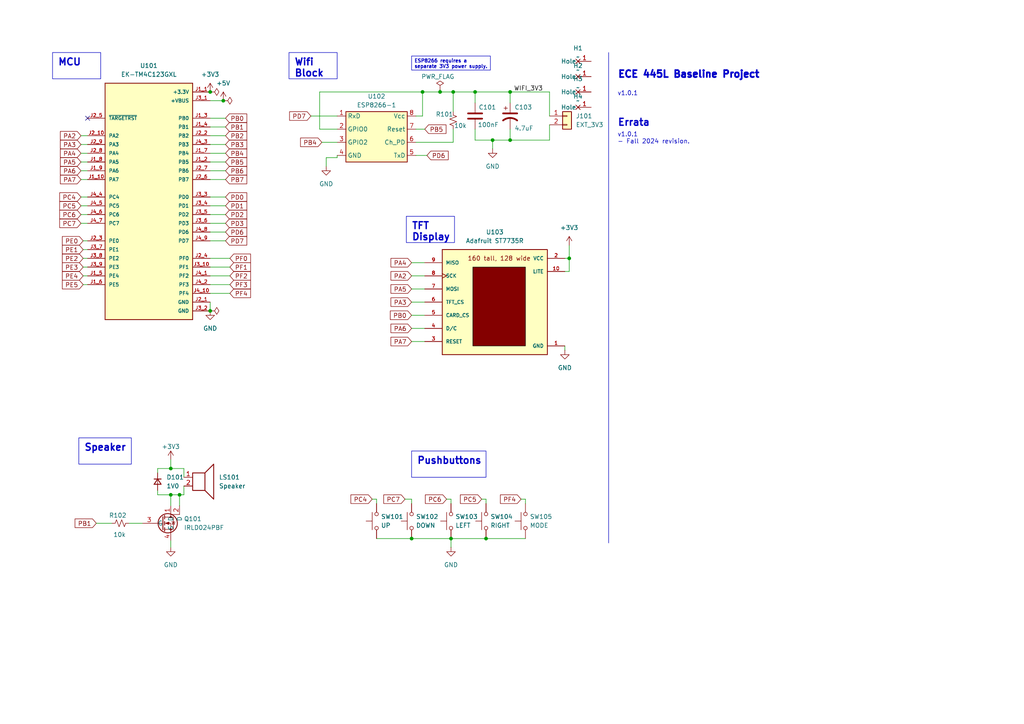
<source format=kicad_sch>
(kicad_sch (version 20231120) (generator "eeschema") (generator_version "8.0")
  (paper "A4")
  (title_block (title "ECE 445L Baseline Project") (date "2024-08-07") (rev "v1.0.1") (company "The University of Texas at Austin"))
  (lib_symbols
    (symbol "Connector_Generic:Conn_01x02" (pin_names (offset 1.016) hide)
      (property "Reference" "J" (at 0 2.54 0))
      (property "Value" "Conn_01x02" (at 0 -5.08 0))
      (symbol "Conn_01x02_1_1"
        (rectangle (start -1.27 -2.413) (end 0 -2.667) (stroke (width 0.1524)))
        (rectangle (start -1.27 0.127) (end 0 -0.127) (stroke (width 0.1524)))
        (rectangle (start -1.27 1.27) (end 1.27 -3.81) (stroke (width 0.254)) (fill (type background)))
        (pin passive line (at -5.08 0 0) (length 3.81) (name "Pin_1") (number "1"))
        (pin passive line (at -5.08 -2.54 0) (length 3.81) (name "Pin_2") (number "2"))
      )
    )
    (symbol "Device:D_Small" (pin_numbers hide) (pin_names (offset 0.254) hide)
      (property "Reference" "D" (at -1.27 2.032 0))
      (property "Value" "D_Small" (at -3.81 -2.032 0))
      (symbol "D_Small_0_1"
        (polyline (pts (xy -0.762 -1.016) (xy -0.762 1.016)) (stroke (width 0.254)))
        (polyline (pts (xy -0.762 0) (xy 0.762 0)))
        (polyline (pts (xy 0.762 -1.016) (xy -0.762 0) (xy 0.762 1.016) (xy 0.762 -1.016)) (stroke (width 0.254)))
      )
      (symbol "D_Small_1_1"
        (pin passive line (at -2.54 0 0) (length 1.778) (name "K") (number "1"))
        (pin passive line (at 2.54 0 180) (length 1.778) (name "A") (number "2"))
      )
    )
    (symbol "Device:Speaker" (pin_names (offset 0) hide)
      (property "Reference" "LS" (at 1.27 5.715 0))
      (property "Value" "Speaker" (at 1.27 3.81 0))
      (symbol "Speaker_0_0"
        (rectangle (start -2.54 1.27) (end 1.016 -3.81) (stroke (width 0.254)))
        (polyline (pts (xy 1.016 1.27) (xy 3.556 3.81) (xy 3.556 -6.35) (xy 1.016 -3.81)) (stroke (width 0.254)))
      )
      (symbol "Speaker_1_1"
        (pin input line (at -5.08 0 0) (length 2.54) (name "1") (number "1"))
        (pin input line (at -5.08 -2.54 0) (length 2.54) (name "2") (number "2"))
      )
    )
    (symbol "ECE445L:Adafruit_ST7735R" (pin_names (offset 1.016))
      (property "Reference" "U?" (at -15.24 16.002 0))
      (property "Value" "Adafruit ST7735R" (at -15.24 -17.78 0))
      (symbol "Adafruit_ST7735R_0_0"
        (rectangle (start -15.24 15.24) (end 15.24 -15.24) (stroke (width 0.254)) (fill (type background)))
      )
      (symbol "Adafruit_ST7735R_1_0"
        (pin power_in line (at 20.32 -12.7 180) (length 5.08) (name "GND") (number "1"))
        (pin power_in line (at 20.32 8.89 180) (length 5.08) (name "LITE") (number "10"))
        (pin power_in line (at 20.32 12.7 180) (length 5.08) (name "VCC") (number "2"))
        (pin input line (at -20.32 -11.43 0) (length 5.08) (name "RESET") (number "3"))
        (pin input line (at -20.32 -7.62 0) (length 5.08) (name "D/C") (number "4"))
        (pin input line (at -20.32 -3.81 0) (length 5.08) (name "CARD_CS") (number "5"))
        (pin input line (at -20.32 0 0) (length 5.08) (name "TFT_CS") (number "6"))
        (pin input line (at -20.32 3.81 0) (length 5.08) (name "MOSI") (number "7"))
        (pin input clock (at -20.32 7.62 0) (length 5.08) (name "SCK") (number "8"))
        (pin output line (at -20.32 11.43 0) (length 5.08) (name "MISO") (number "9"))
      )
      (symbol "Adafruit_ST7735R_1_1"
        (rectangle (start -6.35 10.16) (end 8.89 -12.7) (stroke (width 0) (color 0 0 0 1)) (fill (type color) (color 132 0 0 1)))
        (text "160 tall, 128 wide" (at 1.27 12.7 0) (effects (font (size 1.27 1.27))))
      )
    )
    (symbol "ECE445L:C" (pin_numbers hide) (pin_names (offset 0.254))
      (property "Reference" "C" (at 0.635 2.54 0))
      (property "Value" "C" (at 0.635 -2.54 0))
      (symbol "C_0_1"
        (polyline (pts (xy -2.032 -0.762) (xy 2.032 -0.762)) (stroke (width 0.508)))
        (polyline (pts (xy -2.032 0.762) (xy 2.032 0.762)) (stroke (width 0.508)))
      )
      (symbol "C_1_1"
        (pin passive line (at 0 3.81 270) (length 2.794) (name "~") (number "1"))
        (pin passive line (at 0 -3.81 90) (length 2.794) (name "~") (number "2"))
      )
    )
    (symbol "ECE445L:C_Polarized" (pin_numbers hide) (pin_names (offset 0.254) hide)
      (property "Reference" "C" (at 0.635 2.54 0))
      (property "Value" "C_Polarized" (at 0.635 -2.54 0))
      (symbol "C_Polarized_0_1"
        (polyline (pts (xy -2.032 0.762) (xy 2.032 0.762)) (stroke (width 0.508)))
        (polyline (pts (xy -1.778 2.286) (xy -0.762 2.286)))
        (polyline (pts (xy -1.27 1.778) (xy -1.27 2.794)))
        (arc (start 2.032 -1.27) (mid 0 -0.5572) (end -2.032 -1.27) (stroke (width 0.508)))
      )
      (symbol "C_Polarized_1_1"
        (pin passive line (at 0 3.81 270) (length 2.794) (name "~") (number "1"))
        (pin passive line (at 0 -3.81 90) (length 3.302) (name "~") (number "2"))
      )
    )
    (symbol "ECE445L:EK-TM4C123GXL" (pin_names (offset 1.016))
      (property "Reference" "U?" (at -12.7367 34.3099 0))
      (property "Value" "EK-TM4C123GXL" (at -12.7129 -38.1075 0))
      (symbol "EK-TM4C123GXL_0_0"
        (rectangle (start -12.7 -35.56) (end 12.7 33.02) (stroke (width 0.254)) (fill (type background)))
        (pin power_in line (at 17.78 30.48 180) (length 5.08) (name "+3.3V") (number "J1_1"))
        (pin bidirectional line (at -17.78 5.08 0) (length 5.08) (name "PA7") (number "J1_10"))
        (pin bidirectional line (at 17.78 22.86 180) (length 5.08) (name "PB0") (number "J1_3"))
        (pin bidirectional line (at 17.78 20.32 180) (length 5.08) (name "PB1") (number "J1_4"))
        (pin bidirectional line (at -17.78 -22.86 0) (length 5.08) (name "PE4") (number "J1_5"))
        (pin bidirectional line (at -17.78 -25.4 0) (length 5.08) (name "PE5") (number "J1_6"))
        (pin bidirectional line (at 17.78 12.7 180) (length 5.08) (name "PB4") (number "J1_7"))
        (pin bidirectional line (at -17.78 10.16 0) (length 5.08) (name "PA5") (number "J1_8"))
        (pin bidirectional line (at -17.78 7.62 0) (length 5.08) (name "PA6") (number "J1_9"))
        (pin power_in line (at 17.78 -30.48 180) (length 5.08) (name "GND") (number "J2_1"))
        (pin bidirectional line (at -17.78 17.78 0) (length 5.08) (name "PA2") (number "J2_10"))
        (pin bidirectional line (at 17.78 17.78 180) (length 5.08) (name "PB2") (number "J2_2"))
        (pin bidirectional line (at -17.78 -12.7 0) (length 5.08) (name "PE0") (number "J2_3"))
        (pin bidirectional line (at 17.78 -17.78 180) (length 5.08) (name "PF0") (number "J2_4"))
        (pin input line (at -17.78 22.86 0) (length 5.08) (name "~{TARGETRST}") (number "J2_5"))
        (pin bidirectional line (at 17.78 5.08 180) (length 5.08) (name "PB7") (number "J2_6"))
        (pin bidirectional line (at 17.78 7.62 180) (length 5.08) (name "PB6") (number "J2_7"))
        (pin bidirectional line (at -17.78 12.7 0) (length 5.08) (name "PA4") (number "J2_8"))
        (pin bidirectional line (at -17.78 15.24 0) (length 5.08) (name "PA3") (number "J2_9"))
        (pin power_in line (at 17.78 27.94 180) (length 5.08) (name "+VBUS") (number "J3_1"))
        (pin bidirectional line (at 17.78 -20.32 180) (length 5.08) (name "PF1") (number "J3_10"))
        (pin power_in line (at 17.78 -33.02 180) (length 5.08) (name "GND") (number "J3_2"))
        (pin bidirectional line (at 17.78 0 180) (length 5.08) (name "PD0") (number "J3_3"))
        (pin bidirectional line (at 17.78 -2.54 180) (length 5.08) (name "PD1") (number "J3_4"))
        (pin bidirectional line (at 17.78 -5.08 180) (length 5.08) (name "PD2") (number "J3_5"))
        (pin bidirectional line (at 17.78 -7.62 180) (length 5.08) (name "PD3") (number "J3_6"))
        (pin bidirectional line (at -17.78 -15.24 0) (length 5.08) (name "PE1") (number "J3_7"))
        (pin bidirectional line (at -17.78 -17.78 0) (length 5.08) (name "PE2") (number "J3_8"))
        (pin bidirectional line (at -17.78 -20.32 0) (length 5.08) (name "PE3") (number "J3_9"))
        (pin bidirectional line (at 17.78 -22.86 180) (length 5.08) (name "PF2") (number "J4_1"))
        (pin bidirectional line (at 17.78 -27.94 180) (length 5.08) (name "PF4") (number "J4_10"))
        (pin bidirectional line (at 17.78 -25.4 180) (length 5.08) (name "PF3") (number "J4_2"))
        (pin bidirectional line (at 17.78 15.24 180) (length 5.08) (name "PB3") (number "J4_3"))
        (pin bidirectional line (at -17.78 0 0) (length 5.08) (name "PC4") (number "J4_4"))
        (pin bidirectional line (at -17.78 -2.54 0) (length 5.08) (name "PC5") (number "J4_5"))
        (pin bidirectional line (at -17.78 -5.08 0) (length 5.08) (name "PC6") (number "J4_6"))
        (pin bidirectional line (at -17.78 -7.62 0) (length 5.08) (name "PC7") (number "J4_7"))
        (pin bidirectional line (at 17.78 -10.16 180) (length 5.08) (name "PD6") (number "J4_8"))
        (pin bidirectional line (at 17.78 -12.7 180) (length 5.08) (name "PD7") (number "J4_9"))
      )
      (symbol "EK-TM4C123GXL_1_0"
        (pin bidirectional line (at 17.78 10.16 180) (length 5.08) (name "PB5") (number "J1_2"))
      )
    )
    (symbol "ECE445L:ESP8266-1"
      (property "Reference" "U" (at 0 0 0))
      (property "Value" "ESP8266-1" (at 0 8.255 0))
      (symbol "ESP8266-1_1_1"
        (rectangle (start -8.255 6.985) (end 9.525 -7.62) (stroke (width 0.254)) (fill (type background)))
        (pin passive line (at -10.795 5.715 0) (length 2.54) (name "RxD") (number "1"))
        (pin passive line (at -10.795 1.905 0) (length 2.54) (name "GPIO0") (number "2"))
        (pin passive line (at -10.795 -1.905 0) (length 2.54) (name "GPIO2") (number "3"))
        (pin passive line (at -10.795 -5.715 0) (length 2.54) (name "GND") (number "4"))
        (pin passive line (at 12.065 -5.715 180) (length 2.54) (name "TxD") (number "5"))
        (pin passive line (at 12.065 -1.905 180) (length 2.54) (name "Ch_PD") (number "6"))
        (pin passive line (at 12.065 1.905 180) (length 2.54) (name "Reset") (number "7"))
        (pin passive line (at 12.065 5.715 180) (length 2.54) (name "Vcc") (number "8"))
      )
    )
    (symbol "ECE445L:IRLD024PBF"
      (property "Reference" "Q" (at 6.35 5.715 0))
      (property "Value" "IRLD024PBF" (at 16.51 -1.905 0))
      (symbol "IRLD024PBF_0_1"
        (polyline (pts (xy 11.43 0.635) (xy 8.636 0.635)))
        (polyline (pts (xy 11.684 2.54) (xy 11.684 -1.27)) (stroke (width 0.254)))
        (polyline (pts (xy 12.192 -0.635) (xy 12.192 -1.651)) (stroke (width 0.254)))
        (polyline (pts (xy 12.192 1.143) (xy 12.192 0.127)) (stroke (width 0.254)))
        (polyline (pts (xy 12.192 2.921) (xy 12.192 1.905)) (stroke (width 0.254)))
        (polyline (pts (xy 13.97 3.175) (xy 13.97 2.413)))
        (polyline (pts (xy 16.51 3.175) (xy 13.97 3.175)))
        (polyline (pts (xy 13.97 -1.905) (xy 13.97 0.635) (xy 12.192 0.635)))
        (polyline (pts (xy 12.192 -1.143) (xy 14.732 -1.143) (xy 14.732 2.413) (xy 12.192 2.413)))
        (polyline (pts (xy 12.446 0.635) (xy 13.462 1.016) (xy 13.462 0.254) (xy 12.446 0.635)) (fill (type outline)))
        (polyline (pts (xy 14.224 1.143) (xy 14.351 1.016) (xy 15.113 1.016) (xy 15.24 0.889)))
        (polyline (pts (xy 14.732 1.016) (xy 14.351 0.381) (xy 15.113 0.381) (xy 14.732 1.016)))
        (circle (center 13.081 0.635) (radius 2.794) (stroke (width 0.254)))
        (circle (center 13.97 -1.143) (radius 0.254) (fill (type outline)))
        (circle (center 13.97 2.413) (radius 0.254) (fill (type outline)))
      )
      (symbol "IRLD024PBF_1_1"
        (pin passive line (at 13.97 5.715 270) (length 2.54) (name "D") (number "1"))
        (pin passive line (at 16.51 5.715 270) (length 2.54) (name "D") (number "2"))
        (pin input line (at 5.715 0.635 0) (length 4) (name "G") (number "3"))
        (pin passive line (at 13.97 -4.445 90) (length 2.54) (name "S") (number "4"))
      )
    )
    (symbol "ECE445L:MountingHole"
      (property "Reference" "H" (at 0 0 0))
      (symbol "MountingHole_1_1"
        (pin power_in non_logic (at 0 0 180) (length 3.81) (name "Hole") (number "1"))
      )
    )
    (symbol "ECE445L:R_0.125W" (pin_numbers hide) (pin_names (offset 0.254) hide)
      (property "Reference" "R" (at 0.762 0.508 0))
      (property "Value" "R_0.125W" (at 0.762 -1.016 0))
      (symbol "R_0.125W_1_1"
        (polyline (pts (xy 0 0) (xy 1.016 -0.381) (xy 0 -0.762) (xy -1.016 -1.143) (xy 0 -1.524)))
        (polyline (pts (xy 0 1.524) (xy 1.016 1.143) (xy 0 0.762) (xy -1.016 0.381) (xy 0 0)))
        (pin passive line (at 0 2.54 270) (length 1.016) (name "~") (number "1"))
        (pin passive line (at 0 -2.54 90) (length 1.016) (name "~") (number "2"))
      )
    )
    (symbol "Switch:SW_Push" (pin_numbers hide) (pin_names (offset 1.016) hide)
      (property "Reference" "SW" (at 1.27 2.54 0))
      (property "Value" "SW_Push" (at 0 -1.524 0))
      (symbol "SW_Push_0_1"
        (circle (center -2.032 0) (radius 0.508))
        (polyline (pts (xy 0 1.27) (xy 0 3.048)))
        (polyline (pts (xy 2.54 1.27) (xy -2.54 1.27)))
        (circle (center 2.032 0) (radius 0.508))
        (pin passive line (at -5.08 0 0) (length 2.54) (name "1") (number "1"))
        (pin passive line (at 5.08 0 180) (length 2.54) (name "2") (number "2"))
      )
    )
    (symbol "power:+3V3" (power) (pin_numbers hide) (pin_names (offset 0) hide)
      (property "Value" "+3V3" (at 0 3.556 0))
      (symbol "+3V3_0_1"
        (polyline (pts (xy -0.762 1.27) (xy 0 2.54)))
        (polyline (pts (xy 0 0) (xy 0 2.54)))
        (polyline (pts (xy 0 2.54) (xy 0.762 1.27)))
      )
      (symbol "+3V3_1_1"
        (pin power_in line (at 0 0 90) (length 0) (name "~") (number "1"))
      )
    )
    (symbol "power:+5V" (power) (pin_numbers hide) (pin_names (offset 0) hide)
      (property "Value" "+5V" (at 0 3.556 0))
      (symbol "+5V_0_1"
        (polyline (pts (xy -0.762 1.27) (xy 0 2.54)))
        (polyline (pts (xy 0 0) (xy 0 2.54)))
        (polyline (pts (xy 0 2.54) (xy 0.762 1.27)))
      )
      (symbol "+5V_1_1"
        (pin power_in line (at 0 0 90) (length 0) (name "~") (number "1"))
      )
    )
    (symbol "power:GND" (power) (pin_numbers hide) (pin_names (offset 0) hide)
      (property "Value" "GND" (at 0 -3.81 0))
      (symbol "GND_0_1"
        (polyline (pts (xy 0 0) (xy 0 -1.27) (xy 1.27 -1.27) (xy 0 -2.54) (xy -1.27 -1.27) (xy 0 -1.27)))
      )
      (symbol "GND_1_1"
        (pin power_in line (at 0 0 270) (length 0) (name "~") (number "1"))
      )
    )
    (symbol "power:PWR_FLAG" (power) (pin_numbers hide) (pin_names (offset 0) hide)
      (property "Value" "PWR_FLAG" (at 0 3.81 0))
      (symbol "PWR_FLAG_0_0"
        (pin power_out line (at 0 0 90) (length 0) (name "~") (number "1"))
      )
      (symbol "PWR_FLAG_0_1"
        (polyline (pts (xy 0 0) (xy 0 1.27) (xy -1.016 1.905) (xy 0 2.54) (xy 1.016 1.905) (xy 0 1.27)))
      )
    )
  )
  (junction (at 60.96 26.67))
  (junction (at 130.81 156.21))
  (junction (at 127.635 26.67))
  (junction (at 147.955 26.67))
  (junction (at 49.53 135.89))
  (junction (at 52.07 143.51))
  (junction (at 122.555 26.67))
  (junction (at 137.795 26.67))
  (junction (at 147.955 40.64))
  (junction (at 60.96 90.17))
  (junction (at 49.53 143.51))
  (junction (at 142.875 40.64))
  (junction (at 131.445 26.67))
  (junction (at 119.38 156.21))
  (junction (at 140.97 156.21))
  (junction (at 165.1 74.93))
  (junction (at 64.77 29.21))
  (no_connect (at 25.4 34.29))
  (wire (pts (xy 60.96 41.91) (xy 65.405 41.91)))
  (wire (pts (xy 119.38 83.82) (xy 123.19 83.82)))
  (wire (pts (xy 93.345 41.275) (xy 97.79 41.275)))
  (wire (pts (xy 117.475 144.78) (xy 119.38 144.78)))
  (wire (pts (xy 109.22 144.78) (xy 109.22 146.05)))
  (wire (pts (xy 152.4 144.78) (xy 152.4 146.05)))
  (wire (pts (xy 60.96 52.07) (xy 65.405 52.07)))
  (wire (pts (xy 60.96 36.83) (xy 65.405 36.83)))
  (wire (pts (xy 130.81 156.21) (xy 130.81 158.75)))
  (wire (pts (xy 27.94 151.765) (xy 32.385 151.765)))
  (wire (pts (xy 45.72 135.89) (xy 49.53 135.89)))
  (wire (pts (xy 94.615 45.72) (xy 94.615 48.26)))
  (wire (pts (xy 119.38 91.44) (xy 123.19 91.44)))
  (wire (pts (xy 60.96 69.85) (xy 65.405 69.85)))
  (wire (pts (xy 131.445 41.275) (xy 131.445 37.465)))
  (wire (pts (xy 23.495 64.77) (xy 25.4 64.77)))
  (wire (pts (xy 147.955 40.64) (xy 159.385 40.64)))
  (wire (pts (xy 120.65 45.085) (xy 123.825 45.085)))
  (wire (pts (xy 60.96 77.47) (xy 66.675 77.47)))
  (wire (pts (xy 53.34 140.97) (xy 53.34 143.51)))
  (wire (pts (xy 92.71 26.67) (xy 92.71 37.465)))
  (wire (pts (xy 119.38 87.63) (xy 123.19 87.63)))
  (wire (pts (xy 24.13 77.47) (xy 25.4 77.47)))
  (wire (pts (xy 109.22 156.21) (xy 119.38 156.21)))
  (wire (pts (xy 23.495 62.23) (xy 25.4 62.23)))
  (wire (pts (xy 97.79 45.72) (xy 94.615 45.72)))
  (wire (pts (xy 23.495 41.91) (xy 25.4 41.91)))
  (wire (pts (xy 142.875 40.64) (xy 137.795 40.64)))
  (wire (pts (xy 49.53 133.35) (xy 49.53 135.89)))
  (wire (pts (xy 37.465 151.765) (xy 41.275 151.765)))
  (wire (pts (xy 60.96 39.37) (xy 65.405 39.37)))
  (wire (pts (xy 60.96 87.63) (xy 60.96 90.17)))
  (wire (pts (xy 49.53 143.51) (xy 52.07 143.51)))
  (wire (pts (xy 131.445 26.67) (xy 127.635 26.67)))
  (wire (pts (xy 24.13 72.39) (xy 25.4 72.39)))
  (wire (pts (xy 107.95 144.78) (xy 109.22 144.78)))
  (wire (pts (xy 45.72 135.89) (xy 45.72 137.16)))
  (wire (pts (xy 60.96 85.09) (xy 66.675 85.09)))
  (wire (pts (xy 24.13 69.85) (xy 25.4 69.85)))
  (wire (pts (xy 45.72 143.51) (xy 49.53 143.51)))
  (wire (pts (xy 127.635 26.035) (xy 127.635 26.67)))
  (wire (pts (xy 23.495 49.53) (xy 25.4 49.53)))
  (wire (pts (xy 60.96 80.01) (xy 66.675 80.01)))
  (wire (pts (xy 120.65 33.655) (xy 122.555 33.655)))
  (wire (pts (xy 60.96 34.29) (xy 65.405 34.29)))
  (wire (pts (xy 165.1 71.12) (xy 165.1 74.93)))
  (wire (pts (xy 151.13 144.78) (xy 152.4 144.78)))
  (wire (pts (xy 24.13 80.01) (xy 25.4 80.01)))
  (wire (pts (xy 119.38 80.01) (xy 123.19 80.01)))
  (wire (pts (xy 119.38 144.78) (xy 119.38 146.05)))
  (wire (pts (xy 97.79 45.085) (xy 97.79 45.72)))
  (wire (pts (xy 23.495 39.37) (xy 25.4 39.37)))
  (wire (pts (xy 119.38 156.21) (xy 130.81 156.21)))
  (wire (pts (xy 139.7 144.78) (xy 140.97 144.78)))
  (wire (pts (xy 120.65 37.465) (xy 123.19 37.465)))
  (wire (pts (xy 23.495 44.45) (xy 25.4 44.45)))
  (wire (pts (xy 90.17 33.655) (xy 97.79 33.655)))
  (wire (pts (xy 60.96 29.21) (xy 64.77 29.21)))
  (wire (pts (xy 142.875 40.64) (xy 147.955 40.64)))
  (wire (pts (xy 137.795 26.67) (xy 131.445 26.67)))
  (wire (pts (xy 119.38 76.2) (xy 123.19 76.2)))
  (polyline (pts (xy 176.53 15.24) (xy 176.53 157.48)))
  (wire (pts (xy 24.13 82.55) (xy 25.4 82.55)))
  (wire (pts (xy 23.495 52.07) (xy 25.4 52.07)))
  (wire (pts (xy 119.38 95.25) (xy 123.19 95.25)))
  (wire (pts (xy 165.1 78.74) (xy 165.1 74.93)))
  (wire (pts (xy 147.955 26.67) (xy 137.795 26.67)))
  (wire (pts (xy 119.38 99.06) (xy 123.19 99.06)))
  (wire (pts (xy 52.07 143.51) (xy 53.34 143.51)))
  (wire (pts (xy 23.495 46.99) (xy 25.4 46.99)))
  (wire (pts (xy 129.54 144.78) (xy 130.81 144.78)))
  (wire (pts (xy 127.635 26.67) (xy 122.555 26.67)))
  (wire (pts (xy 140.97 156.21) (xy 152.4 156.21)))
  (wire (pts (xy 163.83 78.74) (xy 165.1 78.74)))
  (wire (pts (xy 137.795 40.64) (xy 137.795 37.465)))
  (wire (pts (xy 159.385 36.195) (xy 159.385 40.64)))
  (wire (pts (xy 97.79 37.465) (xy 92.71 37.465)))
  (wire (pts (xy 60.96 64.77) (xy 65.405 64.77)))
  (wire (pts (xy 163.83 100.33) (xy 163.83 101.6)))
  (wire (pts (xy 137.795 26.67) (xy 137.795 29.845)))
  (wire (pts (xy 120.65 41.275) (xy 131.445 41.275)))
  (wire (pts (xy 49.53 143.51) (xy 49.53 146.685)))
  (wire (pts (xy 142.875 43.18) (xy 142.875 40.64)))
  (wire (pts (xy 130.81 144.78) (xy 130.81 146.05)))
  (wire (pts (xy 122.555 33.655) (xy 122.555 26.67)))
  (wire (pts (xy 60.96 82.55) (xy 66.675 82.55)))
  (wire (pts (xy 60.96 74.93) (xy 66.675 74.93)))
  (wire (pts (xy 140.97 144.78) (xy 140.97 146.05)))
  (wire (pts (xy 130.81 156.21) (xy 140.97 156.21)))
  (wire (pts (xy 131.445 26.67) (xy 131.445 32.385)))
  (wire (pts (xy 52.07 143.51) (xy 52.07 146.685)))
  (wire (pts (xy 60.96 44.45) (xy 65.405 44.45)))
  (wire (pts (xy 60.96 67.31) (xy 65.405 67.31)))
  (wire (pts (xy 60.96 57.15) (xy 65.405 57.15)))
  (wire (pts (xy 23.495 57.15) (xy 25.4 57.15)))
  (wire (pts (xy 53.34 135.89) (xy 53.34 138.43)))
  (wire (pts (xy 49.53 156.845) (xy 49.53 158.75)))
  (wire (pts (xy 147.955 40.64) (xy 147.955 37.465)))
  (wire (pts (xy 60.96 59.69) (xy 65.405 59.69)))
  (wire (pts (xy 147.955 26.67) (xy 147.955 29.845)))
  (wire (pts (xy 122.555 26.67) (xy 92.71 26.67)))
  (wire (pts (xy 23.495 59.69) (xy 25.4 59.69)))
  (wire (pts (xy 60.96 46.99) (xy 65.405 46.99)))
  (wire (pts (xy 159.385 26.67) (xy 159.385 33.655)))
  (wire (pts (xy 163.83 74.93) (xy 165.1 74.93)))
  (wire (pts (xy 60.96 62.23) (xy 65.405 62.23)))
  (wire (pts (xy 49.53 135.89) (xy 53.34 135.89)))
  (wire (pts (xy 60.96 49.53) (xy 65.405 49.53)))
  (wire (pts (xy 24.13 74.93) (xy 25.4 74.93)))
  (wire (pts (xy 159.385 26.67) (xy 147.955 26.67)))
  (wire (pts (xy 45.72 143.51) (xy 45.72 142.24)))
  (text_box "MCU" (at 15.24 15.24 0) (size 13.97 7.62) (effects (font (size 2 2) (thickness 0.4) (bold yes)) (justify left top)))
  (text_box "ESP8266 requires a separate 3V3 power supply." (at 119.38 16.256 0) (size 22.86 4.064) (effects (font (size 1 1) (bold yes)) (justify left top)))
  (text_box "Speaker" (at 22.86 127 0) (size 15.24 7.62) (effects (font (size 2 2) (thickness 0.4) (bold yes)) (justify left top)))
  (text_box "Pushbuttons" (at 119.38 130.81 0) (size 21.59 7.62) (effects (font (size 2 2) (thickness 0.4) (bold yes)) (justify left top)))
  (text_box "TFT Display" (at 117.856 62.738 0) (size 13.97 7.62) (effects (font (size 2 2) (thickness 0.4) (bold yes)) (justify left top)))
  (text_box "Wifi Block" (at 83.82 15.24 0) (size 13.97 7.62) (effects (font (size 2 2) (thickness 0.4) (bold yes)) (justify left top)))
  (text "v1.0.1\n- Fall 2024 revision." (at 179.07 41.91 0) (effects (font (size 1.27 1.27)) (justify left bottom)))
  (text "ECE 445L Baseline Project" (at 179.07 22.86 0) (effects (font (size 2 2) (thickness 0.6) (bold yes)) (justify left bottom)))
  (text "v1.0.1" (at 179.07 27.94 0) (effects (font (size 1.27 1.27)) (justify left bottom)))
  (text "Errata" (at 179.07 36.83 0) (effects (font (size 2 2) (thickness 0.4) (bold yes)) (justify left bottom)))
  (label "WIFI_3V3" (at 157.48 26.67 180))
  (global_label "PC5" (shape input) (at 23.495 59.69 180) (property "Intersheetrefs" "${INTERSHEET_REFS}" (effects (hide yes))))
  (global_label "PB6" (shape input) (at 65.405 49.53 0) (property "Intersheetrefs" "${INTERSHEET_REFS}" (effects (hide yes))))
  (global_label "PB2" (shape input) (at 65.405 39.37 0) (property "Intersheetrefs" "${INTERSHEET_REFS}" (effects (hide yes))))
  (global_label "PA7" (shape input) (at 23.495 52.07 180) (property "Intersheetrefs" "${INTERSHEET_REFS}" (effects (hide yes))))
  (global_label "PA4" (shape input) (at 23.495 44.45 180) (property "Intersheetrefs" "${INTERSHEET_REFS}" (effects (hide yes))))
  (global_label "PB5" (shape input) (at 65.405 46.99 0) (property "Intersheetrefs" "${INTERSHEET_REFS}" (effects (hide yes))))
  (global_label "PB3" (shape input) (at 65.405 41.91 0) (property "Intersheetrefs" "${INTERSHEET_REFS}" (effects (hide yes))))
  (global_label "PD7" (shape input) (at 65.405 69.85 0) (property "Intersheetrefs" "${INTERSHEET_REFS}" (effects (hide yes))))
  (global_label "PE0" (shape input) (at 24.13 69.85 180) (property "Intersheetrefs" "${INTERSHEET_REFS}" (effects (hide yes))))
  (global_label "PD1" (shape input) (at 65.405 59.69 0) (property "Intersheetrefs" "${INTERSHEET_REFS}" (effects (hide yes))))
  (global_label "PF4" (shape input) (at 66.675 85.09 0) (property "Intersheetrefs" "${INTERSHEET_REFS}" (effects (hide yes))))
  (global_label "PE3" (shape input) (at 24.13 77.47 180) (property "Intersheetrefs" "${INTERSHEET_REFS}" (effects (hide yes))))
  (global_label "PC7" (shape input) (at 23.495 64.77 180) (property "Intersheetrefs" "${INTERSHEET_REFS}" (effects (hide yes))))
  (global_label "PA2" (shape input) (at 119.38 80.01 180) (property "Intersheetrefs" "${INTERSHEET_REFS}" (effects (hide yes))))
  (global_label "PD7" (shape input) (at 90.17 33.655 180) (property "Intersheetrefs" "${INTERSHEET_REFS}" (effects (hide yes))))
  (global_label "PB4" (shape input) (at 93.345 41.275 180) (property "Intersheetrefs" "${INTERSHEET_REFS}" (effects (hide yes))))
  (global_label "PC7" (shape input) (at 117.475 144.78 180) (property "Intersheetrefs" "${INTERSHEET_REFS}" (effects (hide yes))))
  (global_label "PE2" (shape input) (at 24.13 74.93 180) (property "Intersheetrefs" "${INTERSHEET_REFS}" (effects (hide yes))))
  (global_label "PA3" (shape input) (at 23.495 41.91 180) (property "Intersheetrefs" "${INTERSHEET_REFS}" (effects (hide yes))))
  (global_label "PE4" (shape input) (at 24.13 80.01 180) (property "Intersheetrefs" "${INTERSHEET_REFS}" (effects (hide yes))))
  (global_label "PC4" (shape input) (at 23.495 57.15 180) (property "Intersheetrefs" "${INTERSHEET_REFS}" (effects (hide yes))))
  (global_label "PB0" (shape input) (at 65.405 34.29 0) (property "Intersheetrefs" "${INTERSHEET_REFS}" (effects (hide yes))))
  (global_label "PE1" (shape input) (at 24.13 72.39 180) (property "Intersheetrefs" "${INTERSHEET_REFS}" (effects (hide yes))))
  (global_label "PF3" (shape input) (at 66.675 82.55 0) (property "Intersheetrefs" "${INTERSHEET_REFS}" (effects (hide yes))))
  (global_label "PC4" (shape input) (at 107.95 144.78 180) (property "Intersheetrefs" "${INTERSHEET_REFS}" (effects (hide yes))))
  (global_label "PD3" (shape input) (at 65.405 64.77 0) (property "Intersheetrefs" "${INTERSHEET_REFS}" (effects (hide yes))))
  (global_label "PC6" (shape input) (at 129.54 144.78 180) (property "Intersheetrefs" "${INTERSHEET_REFS}" (effects (hide yes))))
  (global_label "PD0" (shape input) (at 65.405 57.15 0) (property "Intersheetrefs" "${INTERSHEET_REFS}" (effects (hide yes))))
  (global_label "PB7" (shape input) (at 65.405 52.07 0) (property "Intersheetrefs" "${INTERSHEET_REFS}" (effects (hide yes))))
  (global_label "PD6" (shape input) (at 123.825 45.085 0) (property "Intersheetrefs" "${INTERSHEET_REFS}" (effects (hide yes))))
  (global_label "PA2" (shape input) (at 23.495 39.37 180) (property "Intersheetrefs" "${INTERSHEET_REFS}" (effects (hide yes))))
  (global_label "PA7" (shape input) (at 119.38 99.06 180) (property "Intersheetrefs" "${INTERSHEET_REFS}" (effects (hide yes))))
  (global_label "PB1" (shape input) (at 27.94 151.765 180) (property "Intersheetrefs" "${INTERSHEET_REFS}" (effects (hide yes))))
  (global_label "PA6" (shape input) (at 119.38 95.25 180) (property "Intersheetrefs" "${INTERSHEET_REFS}" (effects (hide yes))))
  (global_label "PF0" (shape input) (at 66.675 74.93 0) (property "Intersheetrefs" "${INTERSHEET_REFS}" (effects (hide yes))))
  (global_label "PC6" (shape input) (at 23.495 62.23 180) (property "Intersheetrefs" "${INTERSHEET_REFS}" (effects (hide yes))))
  (global_label "PC5" (shape input) (at 139.7 144.78 180) (property "Intersheetrefs" "${INTERSHEET_REFS}" (effects (hide yes))))
  (global_label "PE5" (shape input) (at 24.13 82.55 180) (property "Intersheetrefs" "${INTERSHEET_REFS}" (effects (hide yes))))
  (global_label "PF4" (shape input) (at 151.13 144.78 180) (property "Intersheetrefs" "${INTERSHEET_REFS}" (effects (hide yes))))
  (global_label "PB5" (shape input) (at 123.19 37.465 0) (property "Intersheetrefs" "${INTERSHEET_REFS}" (effects (hide yes))))
  (global_label "PA3" (shape input) (at 119.38 87.63 180) (property "Intersheetrefs" "${INTERSHEET_REFS}" (effects (hide yes))))
  (global_label "PD6" (shape input) (at 65.405 67.31 0) (property "Intersheetrefs" "${INTERSHEET_REFS}" (effects (hide yes))))
  (global_label "PA4" (shape input) (at 119.38 76.2 180) (property "Intersheetrefs" "${INTERSHEET_REFS}" (effects (hide yes))))
  (global_label "PF1" (shape input) (at 66.675 77.47 0) (property "Intersheetrefs" "${INTERSHEET_REFS}" (effects (hide yes))))
  (global_label "PB1" (shape input) (at 65.405 36.83 0) (property "Intersheetrefs" "${INTERSHEET_REFS}" (effects (hide yes))))
  (global_label "PA6" (shape input) (at 23.495 49.53 180) (property "Intersheetrefs" "${INTERSHEET_REFS}" (effects (hide yes))))
  (global_label "PA5" (shape input) (at 119.38 83.82 180) (property "Intersheetrefs" "${INTERSHEET_REFS}" (effects (hide yes))))
  (global_label "PD2" (shape input) (at 65.405 62.23 0) (property "Intersheetrefs" "${INTERSHEET_REFS}" (effects (hide yes))))
  (global_label "PF2" (shape input) (at 66.675 80.01 0) (property "Intersheetrefs" "${INTERSHEET_REFS}" (effects (hide yes))))
  (global_label "PB0" (shape input) (at 119.38 91.44 180) (property "Intersheetrefs" "${INTERSHEET_REFS}" (effects (hide yes))))
  (global_label "PB4" (shape input) (at 65.405 44.45 0) (property "Intersheetrefs" "${INTERSHEET_REFS}" (effects (hide yes))))
  (global_label "PA5" (shape input) (at 23.495 46.99 180) (property "Intersheetrefs" "${INTERSHEET_REFS}" (effects (hide yes))))
  (symbol (lib_id "power:PWR_FLAG") (at 60.96 90.17 270) (unit 1)
    (property "Reference" "#FLG0102" (effects (hide yes)))
    (property "Value" "PWR_FLAG" (effects (hide yes)))
    (property "Description" "Special symbol for telling ERC where power comes from" (effects (hide yes)))
  )
  (symbol (lib_id "Device:D_Small") (at 45.72 139.7 270) (unit 1)
    (property "Reference" "D101" (at 48.26 138.43 90) (effects (justify left)))
    (property "Value" "1V0" (at 48.26 140.97 90) (effects (justify left)))
    (property "Footprint" "Diode_THT:D_5W_P12.70mm_Horizontal" (effects (hide yes)))
    (property "Description" "Diode, small symbol" (effects (hide yes)))
    (property "Cost" "0.10 " (effects (hide yes)))
    (property "Distributor" "Mouser" (effects (hide yes)))
    (property "Manufacturer" "onsemi" (effects (hide yes)))
    (property "P/N" "1N914 " (effects (hide yes)))
    (property "Sim.Device" "D" (effects (hide yes)))
    (property "Sim.Pins" "1=K 2=A" (effects (hide yes)))
  )
  (symbol (lib_id "ECE445L:EK-TM4C123GXL") (at 43.18 57.15 0) (unit 1)
    (property "Reference" "U101" (at 43.18 19.05 0))
    (property "Value" "EK-TM4C123GXL" (at 43.18 21.59 0))
    (property "Footprint" "ECE445L:ti_EKTM4C123GXL" (effects (hide yes)))
    (property "Datasheet" "https://www.ti.com/lit/ds/symlink/tm4c123gh6pm.pdf?ts=1693244962384&ref_url=https%253A%252F%252Fwww.google.com%252F" (effects (hide yes)))
    (property "Distributor" "Mouser" (effects (hide yes)))
    (property "Manufacturer" "Texas Instruments" (effects (hide yes)))
    (property "P/N" "EK-TM4C123GXL" (effects (hide yes)))
    (property "Cost" "22.60" (effects (hide yes)))
  )
  (symbol (lib_id "ECE445L:IRLD024PBF") (at 35.56 152.4 0) (unit 1)
    (property "Reference" "Q101" (at 53.34 150.4949 0) (effects (justify left)))
    (property "Value" "IRLD024PBF" (at 53.34 153.0349 0) (effects (justify left)))
    (property "Footprint" "ECE445L:DIP920W60P254L490H457Q4N" (effects (hide yes)))
    (property "Datasheet" "http://www.vishay.com/docs/91308/sihld24.pdf" (effects (hide yes)))
    (property "Description" "Vishay IRLD024PBF N-channel MOSFET Transistor, 2.5 A, 60 V, 4-Pin HVMDIP" (effects (hide yes)))
    (property "Cost" "1.67" (effects (hide yes)))
    (property "Distributor" "Mouser" (effects (hide yes)))
    (property "Manufacturer" "Vishay" (effects (hide yes)))
    (property "P/N" "IRLD024PBF" (effects (hide yes)))
    (property "Sim.Device" "NMOS" (effects (hide yes)))
    (property "Sim.Type" "VDMOS" (effects (hide yes)))
    (property "Sim.Pins" "1=D 2=G 3=S" (effects (hide yes)))
    (property "Height" "4.57" (effects (hide yes)))
    (property "Mouser Part Number" "844-IRLD024PBF" (effects (hide yes)))
    (property "Mouser Price/Stock" "https://www.mouser.co.uk/ProductDetail/Vishay-Siliconix/IRLD024PBF?qs=cvaI6ThkwxvrmVanJu5OcQ%3D%3D" (effects (hide yes)))
    (property "Manufacturer_Name" "Vishay" (effects (hide yes)))
    (property "Manufacturer_Part_Number" "IRLD024PBF" (effects (hide yes)))
  )
  (symbol (lib_id "power:PWR_FLAG") (at 64.77 29.21 270) (unit 1)
    (property "Reference" "#FLG0103" (effects (hide yes)))
    (property "Value" "PWR_FLAG" (effects (hide yes)))
    (property "Description" "Special symbol for telling ERC where power comes from" (effects (hide yes)))
  )
  (symbol (lib_id "Switch:SW_Push") (at 109.22 151.13 90) (unit 1)
    (property "Reference" "SW101" (at 110.49 149.86 90) (effects (justify right)))
    (property "Value" "UP" (at 110.49 152.4 90) (effects (justify right)))
    (property "Footprint" "Button_Switch_THT:SW_PUSH_6mm" (effects (hide yes)))
    (property "Description" "Push button switch, generic, two pins" (effects (hide yes)))
  )
  (symbol (lib_id "ECE445L:MountingHole") (at 171.45 22.225 0) (unit 1)
    (property "Reference" "H2" (at 167.64 19.05 0))
    (property "Value" "~" (at 167.64 20.32 0))
    (property "Footprint" "ECE445L:MountingHole_4_40" (effects (hide yes)))
    (property "Description" "Drill hole for 4-40 screw" (effects (hide yes)))
  )
  (symbol (lib_id "Connector_Generic:Conn_01x02") (at 164.465 33.655 0) (unit 1)
    (property "Reference" "J101" (at 167.005 33.655 0) (effects (justify left)))
    (property "Value" "EXT_3V3" (at 167.005 36.195 0) (effects (justify left)))
    (property "Footprint" "Connector_Samtec_HPM_THT:Samtec_HPM-02-01-x-S_Straight_1x02_Pitch5.08mm" (effects (hide yes)))
    (property "Description" "Generic connector, single row, 01x02, script generated (kicad-library-utils/schlib/autogen/connector/)" (effects (hide yes)))
  )
  (symbol (lib_id "ECE445L:C_Polarized") (at 147.955 33.655 0) (unit 1)
    (property "Reference" "C103" (at 149.225 31.115 0) (effects (justify left)))
    (property "Value" "4.7uF" (at 149.225 37.211 0) (effects (justify left)))
    (property "Footprint" "ECE445L:CP_Radial_Tantal200mil" (effects (hide yes)))
    (property "Description" "Polarized capacitor, US symbol" (effects (hide yes)))
  )
  (symbol (lib_id "power:GND") (at 94.615 48.26 0) (unit 1)
    (property "Reference" "#PWR03" (effects (hide yes)))
    (property "Value" "GND" (at 94.615 53.34 0))
    (property "Description" "Power symbol creates a global label with name \"GND\" , ground" (effects (hide yes)))
  )
  (symbol (lib_id "power:+5V") (at 64.77 29.21 0) (unit 1)
    (property "Reference" "#PWR0105" (effects (hide yes)))
    (property "Value" "+5V" (at 64.77 24.13 0))
    (property "Description" "Power symbol creates a global label with name \"+5V\"" (effects (hide yes)))
  )
  (symbol (lib_id "power:GND") (at 130.81 158.75 0) (unit 1)
    (property "Reference" "#PWR0107" (effects (hide yes)))
    (property "Value" "GND" (at 130.81 163.83 0))
    (property "Description" "Power symbol creates a global label with name \"GND\" , ground" (effects (hide yes)))
  )
  (symbol (lib_id "power:GND") (at 163.83 101.6 0) (unit 1)
    (property "Reference" "#PWR02" (effects (hide yes)))
    (property "Value" "GND" (at 163.83 106.68 0))
    (property "Description" "Power symbol creates a global label with name \"GND\" , ground" (effects (hide yes)))
  )
  (symbol (lib_id "ECE445L:C") (at 137.795 33.655 0) (unit 1)
    (property "Reference" "C101" (at 138.811 31.115 0) (effects (justify left)))
    (property "Value" "100nF" (at 138.557 36.195 0) (effects (justify left)))
    (property "Footprint" "ECE445L:C_Axial_200mil" (effects (hide yes)))
    (property "Description" "Unpolarized capacitor" (effects (hide yes)))
  )
  (symbol (lib_id "ECE445L:MountingHole") (at 171.45 26.67 0) (unit 1)
    (property "Reference" "H3" (at 167.64 22.86 0))
    (property "Value" "~" (at 167.64 25.4 0))
    (property "Footprint" "ECE445L:MountingHole_4_40" (effects (hide yes)))
    (property "Description" "Drill hole for 4-40 screw" (effects (hide yes)))
  )
  (symbol (lib_id "ECE445L:R_0.125W") (at 131.445 34.925 0) (unit 1)
    (property "Reference" "R101" (at 126.365 33.147 0) (effects (justify left)))
    (property "Value" "10k" (at 131.699 36.449 0) (effects (justify left)))
    (property "Footprint" "ECE445L:R_Axial_DIN0204_L3.6mm_D1.6mm_P7.62mm_Horizontal" (effects (hide yes)))
    (property "Datasheet" "https://users.ece.utexas.edu/~valvano/mspm0/CarbonFilmresistors.pdf" (effects (hide yes)))
    (property "Description" "Resistor, small US symbol" (effects (hide yes)))
  )
  (symbol (lib_id "power:+3V3") (at 165.1 71.12 0) (unit 1)
    (property "Reference" "#PWR01" (effects (hide yes)))
    (property "Value" "+3V3" (at 165.1 66.04 0))
    (property "Description" "Power symbol creates a global label with name \"+3V3\"" (effects (hide yes)))
  )
  (symbol (lib_id "Switch:SW_Push") (at 119.38 151.13 90) (unit 1)
    (property "Reference" "SW102" (at 120.65 149.86 90) (effects (justify right)))
    (property "Value" "DOWN" (at 120.65 152.4 90) (effects (justify right)))
    (property "Footprint" "Button_Switch_THT:SW_PUSH_6mm" (effects (hide yes)))
    (property "Description" "Push button switch, generic, two pins" (effects (hide yes)))
  )
  (symbol (lib_id "power:GND") (at 142.875 43.18 0) (unit 1)
    (property "Reference" "#PWR0108" (effects (hide yes)))
    (property "Value" "GND" (at 142.875 48.26 0))
    (property "Description" "Power symbol creates a global label with name \"GND\" , ground" (effects (hide yes)))
  )
  (symbol (lib_id "Switch:SW_Push") (at 130.81 151.13 90) (unit 1)
    (property "Reference" "SW103" (at 132.08 149.86 90) (effects (justify right)))
    (property "Value" "LEFT" (at 132.08 152.4 90) (effects (justify right)))
    (property "Footprint" "Button_Switch_THT:SW_PUSH_6mm" (effects (hide yes)))
    (property "Description" "Push button switch, generic, two pins" (effects (hide yes)))
  )
  (symbol (lib_id "Switch:SW_Push") (at 140.97 151.13 90) (unit 1)
    (property "Reference" "SW104" (at 142.24 149.86 90) (effects (justify right)))
    (property "Value" "RIGHT" (at 142.24 152.4 90) (effects (justify right)))
    (property "Footprint" "Button_Switch_THT:SW_PUSH_6mm" (effects (hide yes)))
    (property "Description" "Push button switch, generic, two pins" (effects (hide yes)))
  )
  (symbol (lib_id "power:+3V3") (at 60.96 26.67 0) (unit 1)
    (property "Reference" "#PWR0103" (effects (hide yes)))
    (property "Value" "+3V3" (at 60.96 21.59 0))
    (property "Description" "Power symbol creates a global label with name \"+3V3\"" (effects (hide yes)))
  )
  (symbol (lib_id "Switch:SW_Push") (at 152.4 151.13 90) (unit 1)
    (property "Reference" "SW105" (at 153.67 149.86 90) (effects (justify right)))
    (property "Value" "MODE" (at 153.67 152.4 90) (effects (justify right)))
    (property "Footprint" "Button_Switch_THT:SW_PUSH_6mm" (effects (hide yes)))
    (property "Description" "Push button switch, generic, two pins" (effects (hide yes)))
  )
  (symbol (lib_id "power:GND") (at 49.53 158.75 0) (unit 1)
    (property "Reference" "#PWR0102" (effects (hide yes)))
    (property "Value" "GND" (at 49.53 163.83 0))
    (property "Description" "Power symbol creates a global label with name \"GND\" , ground" (effects (hide yes)))
  )
  (symbol (lib_id "power:PWR_FLAG") (at 60.96 26.67 270) (unit 1)
    (property "Reference" "#FLG0101" (effects (hide yes)))
    (property "Value" "PWR_FLAG" (effects (hide yes)))
    (property "Description" "Special symbol for telling ERC where power comes from" (effects (hide yes)))
  )
  (symbol (lib_id "Device:Speaker") (at 58.42 138.43 0) (unit 1)
    (property "Reference" "LS101" (at 63.5 138.43 0) (effects (justify left)))
    (property "Value" "Speaker" (at 63.5 140.97 0) (effects (justify left)))
    (property "Footprint" "Connector_PinHeader_2.54mm:PinHeader_1x02_P2.54mm_Vertical" (effects (hide yes)))
    (property "Description" "Speaker" (effects (hide yes)))
  )
  (symbol (lib_id "power:PWR_FLAG") (at 127.635 26.035 0) (unit 1)
    (property "Reference" "#FLG0104" (effects (hide yes)))
    (property "Value" "PWR_FLAG" (at 127 22.225 0))
    (property "Description" "Special symbol for telling ERC where power comes from" (effects (hide yes)))
  )
  (symbol (lib_id "power:GND") (at 60.96 90.17 0) (unit 1)
    (property "Reference" "#PWR0104" (effects (hide yes)))
    (property "Value" "GND" (at 60.96 95.25 0))
    (property "Description" "Power symbol creates a global label with name \"GND\" , ground" (effects (hide yes)))
  )
  (symbol (lib_id "ECE445L:MountingHole") (at 171.45 17.78 0) (unit 1)
    (property "Reference" "H1" (at 167.64 13.97 0))
    (property "Value" "~" (at 167.64 16.51 0))
    (property "Footprint" "ECE445L:MountingHole_4_40" (effects (hide yes)))
    (property "Description" "Drill hole for 4-40 screw" (effects (hide yes)))
  )
  (symbol (lib_id "ECE445L:ESP8266-1") (at 108.585 39.37 0) (unit 1)
    (property "Reference" "U102" (at 109.22 27.94 0))
    (property "Value" "ESP8266-1" (at 109.22 30.48 0))
    (property "Footprint" "ECE445L:PinHeader_2x04_P2.54mm_Vertical" (effects (hide yes)))
    (property "Datasheet" "https://www.microchip.ua/wireless/esp01.pdf" (effects (hide yes)))
    (property "Description" "Wifi module" (effects (hide yes)))
  )
  (symbol (lib_id "ECE445L:MountingHole") (at 171.45 31.115 0) (unit 1)
    (property "Reference" "H4" (at 167.64 27.94 0))
    (property "Value" "~" (at 167.64 29.21 0))
    (property "Footprint" "ECE445L:MountingHole_4_40" (effects (hide yes)))
    (property "Description" "Drill hole for 4-40 screw" (effects (hide yes)))
  )
  (symbol (lib_id "ECE445L:R_0.125W") (at 34.925 151.765 90) (unit 1)
    (property "Reference" "R102" (at 34.163 149.479 90))
    (property "Value" "10k" (at 34.671 155.067 90))
    (property "Footprint" "ECE445L:R_Axial_DIN0204_L3.6mm_D1.6mm_P7.62mm_Horizontal" (effects (hide yes)))
    (property "Datasheet" "https://users.ece.utexas.edu/~valvano/mspm0/CarbonFilmresistors.pdf" (effects (hide yes)))
    (property "Description" "Resistor, small US symbol" (effects (hide yes)))
  )
  (symbol (lib_id "power:+3V3") (at 49.53 133.35 0) (unit 1)
    (property "Reference" "#PWR0101" (effects (hide yes)))
    (property "Value" "+3V3" (at 49.53 129.54 0))
    (property "Description" "Power symbol creates a global label with name \"+3V3\"" (effects (hide yes)))
  )
  (symbol (lib_id "ECE445L:Adafruit_ST7735R") (at 143.51 87.63 0) (unit 1)
    (property "Reference" "U103" (at 143.51 67.31 0))
    (property "Value" "Adafruit ST7735R" (at 143.51 69.85 0))
    (property "Footprint" "ECE445L:adafruit_st7735r2" (effects (hide yes)))
    (property "Datasheet" "https://www.mouser.com/datasheet/2/737/ST7735R_V0_2-2489618.pdf" (effects (hide yes)))
    (property "Distributor" "Mouser" (effects (hide yes)))
    (property "Manufacturer" "Adafruit" (effects (hide yes)))
    (property "P/N" "358" (effects (hide yes)))
    (property "Cost" "19.95" (effects (hide yes)))
  )
)
</source>
